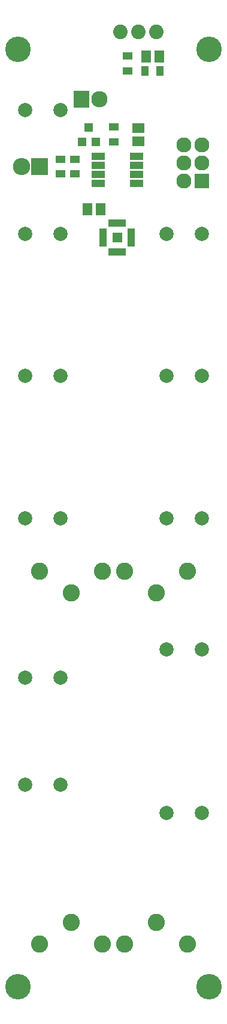
<source format=gts>
G04 #@! TF.FileFunction,Soldermask,Top*
%FSLAX46Y46*%
G04 Gerber Fmt 4.6, Leading zero omitted, Abs format (unit mm)*
G04 Created by KiCad (PCBNEW 4.0.4+e1-6308~48~ubuntu14.04.1-stable) date Thu Dec 22 12:45:23 2016*
%MOMM*%
%LPD*%
G01*
G04 APERTURE LIST*
%ADD10C,0.100000*%
%ADD11R,1.400000X1.100000*%
%ADD12R,1.200100X1.200100*%
%ADD13R,1.350000X1.800000*%
%ADD14R,2.127200X2.127200*%
%ADD15O,2.127200X2.127200*%
%ADD16R,1.100000X1.400000*%
%ADD17R,1.950000X1.000000*%
%ADD18C,2.050000*%
%ADD19R,1.800000X1.350000*%
%ADD20R,2.300000X2.400000*%
%ADD21C,2.300000*%
%ADD22C,2.420000*%
%ADD23C,2.000000*%
%ADD24C,3.600000*%
%ADD25R,2.432000X2.432000*%
%ADD26O,2.432000X2.432000*%
%ADD27R,1.000000X0.500000*%
%ADD28R,0.500000X1.000000*%
%ADD29R,1.450000X1.450000*%
G04 APERTURE END LIST*
D10*
D11*
X132000000Y-51950000D03*
X132000000Y-54050000D03*
X130000000Y-51950000D03*
X130000000Y-54050000D03*
D12*
X133050000Y-49500760D03*
X134950000Y-49500760D03*
X134000000Y-47501780D03*
D13*
X135675000Y-59000000D03*
X133825000Y-59000000D03*
X143925000Y-37500000D03*
X142075000Y-37500000D03*
D14*
X150000000Y-55000000D03*
D15*
X147460000Y-55000000D03*
X150000000Y-52460000D03*
X147460000Y-52460000D03*
X150000000Y-49920000D03*
X147460000Y-49920000D03*
D11*
X137500000Y-49550000D03*
X137500000Y-47450000D03*
D16*
X141950000Y-39500000D03*
X144050000Y-39500000D03*
D11*
X139500000Y-39550000D03*
X139500000Y-37450000D03*
D17*
X135300000Y-51595000D03*
X135300000Y-52865000D03*
X135300000Y-54135000D03*
X135300000Y-55405000D03*
X140700000Y-55405000D03*
X140700000Y-54135000D03*
X140700000Y-52865000D03*
X140700000Y-51595000D03*
D18*
X138460000Y-34000000D03*
X141000000Y-34000000D03*
X143540000Y-34000000D03*
D19*
X141000000Y-49425000D03*
X141000000Y-47575000D03*
D20*
X132960000Y-43500000D03*
D21*
X135500000Y-43500000D03*
D22*
X127055000Y-110000000D03*
X135945000Y-110000000D03*
X131500000Y-113050000D03*
X147945000Y-162500000D03*
X139055000Y-162500000D03*
X143500000Y-159450000D03*
X139055000Y-110000000D03*
X147945000Y-110000000D03*
X143500000Y-113050000D03*
X135945000Y-162500000D03*
X127055000Y-162500000D03*
X131500000Y-159450000D03*
D23*
X130000000Y-45000000D03*
X125000000Y-45000000D03*
X130000000Y-102500000D03*
X125000000Y-102500000D03*
X145000000Y-144000000D03*
X150000000Y-144000000D03*
X145000000Y-82500000D03*
X150000000Y-82500000D03*
X130000000Y-62500000D03*
X125000000Y-62500000D03*
X130000000Y-125000000D03*
X125000000Y-125000000D03*
X145000000Y-121000000D03*
X150000000Y-121000000D03*
X145000000Y-62500000D03*
X150000000Y-62500000D03*
X130000000Y-82500000D03*
X125000000Y-82500000D03*
X130000000Y-140000000D03*
X125000000Y-140000000D03*
X145000000Y-102500000D03*
X150000000Y-102500000D03*
D24*
X124000000Y-36500000D03*
X151000000Y-36500000D03*
D25*
X127000000Y-53000000D03*
D26*
X124460000Y-53000000D03*
D24*
X151000000Y-168500000D03*
X124000000Y-168500000D03*
D27*
X136000000Y-63000000D03*
X136000000Y-62500000D03*
X136000000Y-62000000D03*
X136000000Y-63500000D03*
X136000000Y-64000000D03*
D28*
X137000000Y-65000000D03*
X137500000Y-65000000D03*
X138000000Y-65000000D03*
X138500000Y-65000000D03*
X139000000Y-65000000D03*
D27*
X140000000Y-64000000D03*
X140000000Y-63500000D03*
X140000000Y-63000000D03*
X140000000Y-62500000D03*
X140000000Y-62000000D03*
D28*
X139000000Y-61000000D03*
X138500000Y-61000000D03*
X138000000Y-61000000D03*
X137500000Y-61000000D03*
X137000000Y-61000000D03*
D29*
X138000000Y-63000000D03*
M02*

</source>
